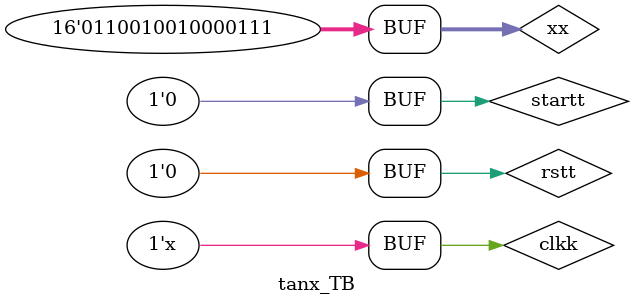
<source format=sv>
`timescale 1ns/1ns
module tanx_TB();
	wire [15:0] resultt;
	wire readyy, busyy;
	reg clkk,rstt,startt;
	reg [15:0] xx;
	RTL UUT(readyy, clkk, rstt, startt, xx, busyy, resultt);
	initial begin
		rstt=1'b1;
		clkk=1'b0;
		startt=1'b0;
	end
	initial #24 rstt = 1'b0;
	always #20 clkk = ~clkk;
	initial begin
		#100 startt=1'b1;
		#11 xx=16'b0110010010000111;
		#100 startt=1'b0;
	end
endmodule
		

</source>
